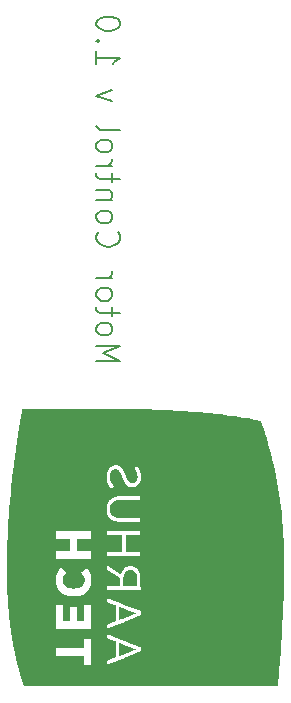
<source format=gbr>
%TF.GenerationSoftware,KiCad,Pcbnew,9.0.2*%
%TF.CreationDate,2025-07-13T15:59:37+02:00*%
%TF.ProjectId,Motor Control,4d6f746f-7220-4436-9f6e-74726f6c2e6b,1.0*%
%TF.SameCoordinates,Original*%
%TF.FileFunction,Legend,Bot*%
%TF.FilePolarity,Positive*%
%FSLAX46Y46*%
G04 Gerber Fmt 4.6, Leading zero omitted, Abs format (unit mm)*
G04 Created by KiCad (PCBNEW 9.0.2) date 2025-07-13 15:59:37*
%MOMM*%
%LPD*%
G01*
G04 APERTURE LIST*
G04 Aperture macros list*
%AMRoundRect*
0 Rectangle with rounded corners*
0 $1 Rounding radius*
0 $2 $3 $4 $5 $6 $7 $8 $9 X,Y pos of 4 corners*
0 Add a 4 corners polygon primitive as box body*
4,1,4,$2,$3,$4,$5,$6,$7,$8,$9,$2,$3,0*
0 Add four circle primitives for the rounded corners*
1,1,$1+$1,$2,$3*
1,1,$1+$1,$4,$5*
1,1,$1+$1,$6,$7*
1,1,$1+$1,$8,$9*
0 Add four rect primitives between the rounded corners*
20,1,$1+$1,$2,$3,$4,$5,0*
20,1,$1+$1,$4,$5,$6,$7,0*
20,1,$1+$1,$6,$7,$8,$9,0*
20,1,$1+$1,$8,$9,$2,$3,0*%
G04 Aperture macros list end*
%ADD10C,0.150000*%
%ADD11C,0.000000*%
%ADD12C,1.600000*%
%ADD13R,2.000000X1.905000*%
%ADD14C,4.500000*%
%ADD15O,2.000000X1.905000*%
%ADD16R,1.500000X1.500000*%
%ADD17C,1.500000*%
%ADD18R,1.700000X1.700000*%
%ADD19C,1.700000*%
%ADD20R,2.000000X2.000000*%
%ADD21C,2.000000*%
%ADD22R,3.200000X2.400000*%
%ADD23RoundRect,0.250000X-0.950000X-0.550000X0.950000X-0.550000X0.950000X0.550000X-0.950000X0.550000X0*%
%ADD24O,2.400000X1.600000*%
%ADD25RoundRect,0.250000X-0.650000X-1.550000X0.650000X-1.550000X0.650000X1.550000X-0.650000X1.550000X0*%
%ADD26O,1.800000X3.600000*%
%ADD27C,2.400000*%
%ADD28RoundRect,0.250000X-0.550000X-0.550000X0.550000X-0.550000X0.550000X0.550000X-0.550000X0.550000X0*%
%ADD29RoundRect,0.250000X-0.350000X0.350000X-0.350000X-0.350000X0.350000X-0.350000X0.350000X0.350000X0*%
%ADD30C,1.200000*%
%ADD31C,1.750000*%
%ADD32O,2.600000X1.800000*%
%ADD33R,3.000000X1.800000*%
%ADD34R,3.000000X1.000000*%
%ADD35RoundRect,0.250000X0.550000X0.550000X-0.550000X0.550000X-0.550000X-0.550000X0.550000X-0.550000X0*%
%ADD36RoundRect,0.250000X0.950000X0.550000X-0.950000X0.550000X-0.950000X-0.550000X0.950000X-0.550000X0*%
%ADD37C,3.600000*%
%ADD38R,1.400000X1.400000*%
%ADD39C,1.400000*%
%ADD40C,3.000000*%
%ADD41RoundRect,0.625000X-0.625000X-0.875000X0.625000X-0.875000X0.625000X0.875000X-0.625000X0.875000X0*%
G04 APERTURE END LIST*
D10*
X80907561Y-74355125D02*
X82907561Y-74355125D01*
X82907561Y-74355125D02*
X81478990Y-73688458D01*
X81478990Y-73688458D02*
X82907561Y-73021792D01*
X82907561Y-73021792D02*
X80907561Y-73021792D01*
X80907561Y-71783697D02*
X81002800Y-71974173D01*
X81002800Y-71974173D02*
X81098038Y-72069411D01*
X81098038Y-72069411D02*
X81288514Y-72164649D01*
X81288514Y-72164649D02*
X81859942Y-72164649D01*
X81859942Y-72164649D02*
X82050419Y-72069411D01*
X82050419Y-72069411D02*
X82145657Y-71974173D01*
X82145657Y-71974173D02*
X82240895Y-71783697D01*
X82240895Y-71783697D02*
X82240895Y-71497982D01*
X82240895Y-71497982D02*
X82145657Y-71307506D01*
X82145657Y-71307506D02*
X82050419Y-71212268D01*
X82050419Y-71212268D02*
X81859942Y-71117030D01*
X81859942Y-71117030D02*
X81288514Y-71117030D01*
X81288514Y-71117030D02*
X81098038Y-71212268D01*
X81098038Y-71212268D02*
X81002800Y-71307506D01*
X81002800Y-71307506D02*
X80907561Y-71497982D01*
X80907561Y-71497982D02*
X80907561Y-71783697D01*
X82240895Y-70545601D02*
X82240895Y-69783697D01*
X82907561Y-70259887D02*
X81193276Y-70259887D01*
X81193276Y-70259887D02*
X81002800Y-70164649D01*
X81002800Y-70164649D02*
X80907561Y-69974173D01*
X80907561Y-69974173D02*
X80907561Y-69783697D01*
X80907561Y-68831316D02*
X81002800Y-69021792D01*
X81002800Y-69021792D02*
X81098038Y-69117030D01*
X81098038Y-69117030D02*
X81288514Y-69212268D01*
X81288514Y-69212268D02*
X81859942Y-69212268D01*
X81859942Y-69212268D02*
X82050419Y-69117030D01*
X82050419Y-69117030D02*
X82145657Y-69021792D01*
X82145657Y-69021792D02*
X82240895Y-68831316D01*
X82240895Y-68831316D02*
X82240895Y-68545601D01*
X82240895Y-68545601D02*
X82145657Y-68355125D01*
X82145657Y-68355125D02*
X82050419Y-68259887D01*
X82050419Y-68259887D02*
X81859942Y-68164649D01*
X81859942Y-68164649D02*
X81288514Y-68164649D01*
X81288514Y-68164649D02*
X81098038Y-68259887D01*
X81098038Y-68259887D02*
X81002800Y-68355125D01*
X81002800Y-68355125D02*
X80907561Y-68545601D01*
X80907561Y-68545601D02*
X80907561Y-68831316D01*
X80907561Y-67307506D02*
X82240895Y-67307506D01*
X81859942Y-67307506D02*
X82050419Y-67212268D01*
X82050419Y-67212268D02*
X82145657Y-67117030D01*
X82145657Y-67117030D02*
X82240895Y-66926554D01*
X82240895Y-66926554D02*
X82240895Y-66736077D01*
X81098038Y-63402744D02*
X81002800Y-63497982D01*
X81002800Y-63497982D02*
X80907561Y-63783696D01*
X80907561Y-63783696D02*
X80907561Y-63974172D01*
X80907561Y-63974172D02*
X81002800Y-64259887D01*
X81002800Y-64259887D02*
X81193276Y-64450363D01*
X81193276Y-64450363D02*
X81383752Y-64545601D01*
X81383752Y-64545601D02*
X81764704Y-64640839D01*
X81764704Y-64640839D02*
X82050419Y-64640839D01*
X82050419Y-64640839D02*
X82431371Y-64545601D01*
X82431371Y-64545601D02*
X82621847Y-64450363D01*
X82621847Y-64450363D02*
X82812323Y-64259887D01*
X82812323Y-64259887D02*
X82907561Y-63974172D01*
X82907561Y-63974172D02*
X82907561Y-63783696D01*
X82907561Y-63783696D02*
X82812323Y-63497982D01*
X82812323Y-63497982D02*
X82717085Y-63402744D01*
X80907561Y-62259887D02*
X81002800Y-62450363D01*
X81002800Y-62450363D02*
X81098038Y-62545601D01*
X81098038Y-62545601D02*
X81288514Y-62640839D01*
X81288514Y-62640839D02*
X81859942Y-62640839D01*
X81859942Y-62640839D02*
X82050419Y-62545601D01*
X82050419Y-62545601D02*
X82145657Y-62450363D01*
X82145657Y-62450363D02*
X82240895Y-62259887D01*
X82240895Y-62259887D02*
X82240895Y-61974172D01*
X82240895Y-61974172D02*
X82145657Y-61783696D01*
X82145657Y-61783696D02*
X82050419Y-61688458D01*
X82050419Y-61688458D02*
X81859942Y-61593220D01*
X81859942Y-61593220D02*
X81288514Y-61593220D01*
X81288514Y-61593220D02*
X81098038Y-61688458D01*
X81098038Y-61688458D02*
X81002800Y-61783696D01*
X81002800Y-61783696D02*
X80907561Y-61974172D01*
X80907561Y-61974172D02*
X80907561Y-62259887D01*
X82240895Y-60736077D02*
X80907561Y-60736077D01*
X82050419Y-60736077D02*
X82145657Y-60640839D01*
X82145657Y-60640839D02*
X82240895Y-60450363D01*
X82240895Y-60450363D02*
X82240895Y-60164648D01*
X82240895Y-60164648D02*
X82145657Y-59974172D01*
X82145657Y-59974172D02*
X81955180Y-59878934D01*
X81955180Y-59878934D02*
X80907561Y-59878934D01*
X82240895Y-59212267D02*
X82240895Y-58450363D01*
X82907561Y-58926553D02*
X81193276Y-58926553D01*
X81193276Y-58926553D02*
X81002800Y-58831315D01*
X81002800Y-58831315D02*
X80907561Y-58640839D01*
X80907561Y-58640839D02*
X80907561Y-58450363D01*
X80907561Y-57783696D02*
X82240895Y-57783696D01*
X81859942Y-57783696D02*
X82050419Y-57688458D01*
X82050419Y-57688458D02*
X82145657Y-57593220D01*
X82145657Y-57593220D02*
X82240895Y-57402744D01*
X82240895Y-57402744D02*
X82240895Y-57212267D01*
X80907561Y-56259887D02*
X81002800Y-56450363D01*
X81002800Y-56450363D02*
X81098038Y-56545601D01*
X81098038Y-56545601D02*
X81288514Y-56640839D01*
X81288514Y-56640839D02*
X81859942Y-56640839D01*
X81859942Y-56640839D02*
X82050419Y-56545601D01*
X82050419Y-56545601D02*
X82145657Y-56450363D01*
X82145657Y-56450363D02*
X82240895Y-56259887D01*
X82240895Y-56259887D02*
X82240895Y-55974172D01*
X82240895Y-55974172D02*
X82145657Y-55783696D01*
X82145657Y-55783696D02*
X82050419Y-55688458D01*
X82050419Y-55688458D02*
X81859942Y-55593220D01*
X81859942Y-55593220D02*
X81288514Y-55593220D01*
X81288514Y-55593220D02*
X81098038Y-55688458D01*
X81098038Y-55688458D02*
X81002800Y-55783696D01*
X81002800Y-55783696D02*
X80907561Y-55974172D01*
X80907561Y-55974172D02*
X80907561Y-56259887D01*
X80907561Y-54450363D02*
X81002800Y-54640839D01*
X81002800Y-54640839D02*
X81193276Y-54736077D01*
X81193276Y-54736077D02*
X82907561Y-54736077D01*
X82240895Y-52355124D02*
X80907561Y-51878934D01*
X80907561Y-51878934D02*
X82240895Y-51402743D01*
X80907561Y-48069409D02*
X80907561Y-49212266D01*
X80907561Y-48640838D02*
X82907561Y-48640838D01*
X82907561Y-48640838D02*
X82621847Y-48831314D01*
X82621847Y-48831314D02*
X82431371Y-49021790D01*
X82431371Y-49021790D02*
X82336133Y-49212266D01*
X81098038Y-47212266D02*
X81002800Y-47117028D01*
X81002800Y-47117028D02*
X80907561Y-47212266D01*
X80907561Y-47212266D02*
X81002800Y-47307504D01*
X81002800Y-47307504D02*
X81098038Y-47212266D01*
X81098038Y-47212266D02*
X80907561Y-47212266D01*
X82907561Y-45878933D02*
X82907561Y-45688456D01*
X82907561Y-45688456D02*
X82812323Y-45497980D01*
X82812323Y-45497980D02*
X82717085Y-45402742D01*
X82717085Y-45402742D02*
X82526609Y-45307504D01*
X82526609Y-45307504D02*
X82145657Y-45212266D01*
X82145657Y-45212266D02*
X81669466Y-45212266D01*
X81669466Y-45212266D02*
X81288514Y-45307504D01*
X81288514Y-45307504D02*
X81098038Y-45402742D01*
X81098038Y-45402742D02*
X81002800Y-45497980D01*
X81002800Y-45497980D02*
X80907561Y-45688456D01*
X80907561Y-45688456D02*
X80907561Y-45878933D01*
X80907561Y-45878933D02*
X81002800Y-46069409D01*
X81002800Y-46069409D02*
X81098038Y-46164647D01*
X81098038Y-46164647D02*
X81288514Y-46259885D01*
X81288514Y-46259885D02*
X81669466Y-46355123D01*
X81669466Y-46355123D02*
X82145657Y-46355123D01*
X82145657Y-46355123D02*
X82526609Y-46259885D01*
X82526609Y-46259885D02*
X82717085Y-46164647D01*
X82717085Y-46164647D02*
X82812323Y-46069409D01*
X82812323Y-46069409D02*
X82907561Y-45878933D01*
D11*
%TO.C,G\u002A\u002A\u002A*%
G36*
X83819778Y-92019249D02*
G01*
X83853330Y-92021337D01*
X83880000Y-92024613D01*
X83920663Y-92033148D01*
X83989526Y-92054878D01*
X84053152Y-92084695D01*
X84110993Y-92122322D01*
X84162500Y-92167483D01*
X84198016Y-92207477D01*
X84236953Y-92263165D01*
X84270233Y-92325819D01*
X84298052Y-92395881D01*
X84320609Y-92473794D01*
X84338102Y-92560000D01*
X84338768Y-92564143D01*
X84340299Y-92575072D01*
X84341641Y-92587324D01*
X84342810Y-92601623D01*
X84343823Y-92618692D01*
X84344697Y-92639254D01*
X84345449Y-92664031D01*
X84346096Y-92693748D01*
X84346654Y-92729126D01*
X84347141Y-92770889D01*
X84347572Y-92819760D01*
X84347966Y-92876462D01*
X84348338Y-92941718D01*
X84348705Y-93016250D01*
X84350590Y-93420000D01*
X83765295Y-93420000D01*
X83180000Y-93420000D01*
X83180018Y-93063750D01*
X83180018Y-93058006D01*
X83180112Y-92990802D01*
X83180352Y-92927198D01*
X83180728Y-92867996D01*
X83181231Y-92813996D01*
X83181850Y-92765996D01*
X83182575Y-92724796D01*
X83183396Y-92691198D01*
X83184303Y-92665999D01*
X83185285Y-92650000D01*
X83193622Y-92582546D01*
X83207136Y-92511011D01*
X83224807Y-92442681D01*
X83246070Y-92379717D01*
X83270361Y-92324284D01*
X83272360Y-92320339D01*
X83311490Y-92253423D01*
X83356374Y-92194654D01*
X83406952Y-92144078D01*
X83463164Y-92101740D01*
X83524949Y-92067686D01*
X83592248Y-92041962D01*
X83665000Y-92024613D01*
X83677710Y-92022775D01*
X83708311Y-92020111D01*
X83744221Y-92018636D01*
X83782393Y-92018348D01*
X83819778Y-92019249D01*
G37*
G36*
X82829004Y-95134936D02*
G01*
X82835890Y-95137212D01*
X82851270Y-95142898D01*
X82874529Y-95151750D01*
X82905053Y-95163524D01*
X82942230Y-95177975D01*
X82985446Y-95194859D01*
X83034086Y-95213933D01*
X83087538Y-95234952D01*
X83145187Y-95257673D01*
X83206419Y-95281851D01*
X83270623Y-95307242D01*
X83337182Y-95333603D01*
X83405485Y-95360688D01*
X83474916Y-95388255D01*
X83544863Y-95416059D01*
X83614712Y-95443856D01*
X83683850Y-95471401D01*
X83751661Y-95498452D01*
X83817534Y-95524763D01*
X83880854Y-95550092D01*
X83941007Y-95574192D01*
X83997380Y-95596822D01*
X84049360Y-95617737D01*
X84096332Y-95636691D01*
X84137683Y-95653443D01*
X84172799Y-95667747D01*
X84201067Y-95679359D01*
X84221872Y-95688036D01*
X84234602Y-95693533D01*
X84238642Y-95695607D01*
X84233646Y-95697700D01*
X84219846Y-95703295D01*
X84197784Y-95712171D01*
X84167983Y-95724120D01*
X84130966Y-95738933D01*
X84087256Y-95756401D01*
X84037376Y-95776316D01*
X83981849Y-95798469D01*
X83921200Y-95822651D01*
X83855950Y-95848653D01*
X83786623Y-95876266D01*
X83713742Y-95905282D01*
X83637830Y-95935492D01*
X83559411Y-95966686D01*
X83487233Y-95995394D01*
X83410330Y-96025985D01*
X83336134Y-96055501D01*
X83265196Y-96083726D01*
X83198064Y-96110439D01*
X83135286Y-96135424D01*
X83077411Y-96158461D01*
X83024988Y-96179332D01*
X82978565Y-96197819D01*
X82938691Y-96213702D01*
X82905916Y-96226765D01*
X82880786Y-96236788D01*
X82863852Y-96243553D01*
X82855661Y-96246841D01*
X82825000Y-96259300D01*
X82825000Y-95697150D01*
X82825004Y-95673198D01*
X82825057Y-95599967D01*
X82825171Y-95529789D01*
X82825342Y-95463297D01*
X82825566Y-95401122D01*
X82825839Y-95343896D01*
X82826155Y-95292248D01*
X82826512Y-95246813D01*
X82826905Y-95208219D01*
X82827329Y-95177100D01*
X82827781Y-95154087D01*
X82828256Y-95139811D01*
X82828750Y-95134903D01*
X82829004Y-95134936D01*
G37*
G36*
X82843750Y-98192461D02*
G01*
X82844149Y-98192618D01*
X82896505Y-98213232D01*
X82953640Y-98235745D01*
X83014969Y-98259924D01*
X83079904Y-98285538D01*
X83147859Y-98312353D01*
X83218246Y-98340139D01*
X83290480Y-98368663D01*
X83363973Y-98397692D01*
X83438138Y-98426996D01*
X83512390Y-98456341D01*
X83586141Y-98485496D01*
X83658805Y-98514229D01*
X83729794Y-98542307D01*
X83798522Y-98569499D01*
X83864403Y-98595572D01*
X83926849Y-98620294D01*
X83985274Y-98643434D01*
X84039091Y-98664760D01*
X84087714Y-98684038D01*
X84130555Y-98701037D01*
X84167028Y-98715526D01*
X84196547Y-98727272D01*
X84218524Y-98736042D01*
X84232372Y-98741605D01*
X84237506Y-98743729D01*
X84237386Y-98744031D01*
X84231071Y-98747389D01*
X84215827Y-98754244D01*
X84191950Y-98764475D01*
X84159735Y-98777962D01*
X84119478Y-98794585D01*
X84071474Y-98814224D01*
X84016018Y-98836759D01*
X83953407Y-98862069D01*
X83883935Y-98890035D01*
X83807897Y-98920536D01*
X83725591Y-98953452D01*
X83637310Y-98988663D01*
X83543350Y-99026049D01*
X83523111Y-99034093D01*
X83443593Y-99065695D01*
X83366674Y-99096260D01*
X83292868Y-99125586D01*
X83222690Y-99153467D01*
X83156655Y-99179699D01*
X83095279Y-99204077D01*
X83039075Y-99226397D01*
X82988559Y-99246455D01*
X82944247Y-99264045D01*
X82906652Y-99278964D01*
X82876290Y-99291007D01*
X82853676Y-99299969D01*
X82839324Y-99305647D01*
X82833750Y-99307834D01*
X82833173Y-99307993D01*
X82831881Y-99307700D01*
X82830733Y-99306018D01*
X82829719Y-99302408D01*
X82828832Y-99296332D01*
X82828063Y-99287252D01*
X82827404Y-99274629D01*
X82826847Y-99257926D01*
X82826383Y-99236604D01*
X82826003Y-99210125D01*
X82825699Y-99177952D01*
X82825463Y-99139545D01*
X82825287Y-99094367D01*
X82825161Y-99041880D01*
X82825078Y-98981546D01*
X82825029Y-98912825D01*
X82825006Y-98835182D01*
X82825000Y-98748076D01*
X82825000Y-98185081D01*
X82843750Y-98192461D01*
G37*
G36*
X79694293Y-78411500D02*
G01*
X79854881Y-78411560D01*
X80154153Y-78411679D01*
X80443554Y-78411802D01*
X80723170Y-78411930D01*
X80993086Y-78412064D01*
X81253387Y-78412202D01*
X81504159Y-78412346D01*
X81745486Y-78412495D01*
X81977454Y-78412650D01*
X82200148Y-78412810D01*
X82413653Y-78412976D01*
X82618054Y-78413148D01*
X82813437Y-78413326D01*
X82999885Y-78413511D01*
X83177486Y-78413701D01*
X83346324Y-78413898D01*
X83506483Y-78414101D01*
X83658050Y-78414311D01*
X83801109Y-78414527D01*
X83935745Y-78414751D01*
X84062044Y-78414981D01*
X84180091Y-78415219D01*
X84289971Y-78415463D01*
X84391769Y-78415715D01*
X84485570Y-78415975D01*
X84571460Y-78416242D01*
X84649523Y-78416517D01*
X84719846Y-78416799D01*
X84782512Y-78417090D01*
X84837607Y-78417388D01*
X84885216Y-78417695D01*
X84925425Y-78418010D01*
X84958319Y-78418334D01*
X84983982Y-78418666D01*
X85002500Y-78419006D01*
X85006827Y-78419106D01*
X85166217Y-78422829D01*
X85316462Y-78426443D01*
X85458392Y-78429976D01*
X85592840Y-78433458D01*
X85720636Y-78436916D01*
X85842612Y-78440379D01*
X85959599Y-78443875D01*
X86072430Y-78447434D01*
X86181934Y-78451082D01*
X86288944Y-78454850D01*
X86394291Y-78458764D01*
X86498807Y-78462855D01*
X86603323Y-78467150D01*
X86708670Y-78471677D01*
X86815680Y-78476465D01*
X86925184Y-78481543D01*
X87038014Y-78486939D01*
X87155000Y-78492681D01*
X87221548Y-78496022D01*
X87651283Y-78519359D01*
X88080478Y-78545700D01*
X88508556Y-78574981D01*
X88934936Y-78607136D01*
X89359039Y-78642103D01*
X89780288Y-78679817D01*
X90198102Y-78720214D01*
X90611904Y-78763229D01*
X91021113Y-78808799D01*
X91425151Y-78856859D01*
X91823440Y-78907346D01*
X92215399Y-78960195D01*
X92600451Y-79015342D01*
X92978016Y-79072723D01*
X93347515Y-79132273D01*
X93708370Y-79193930D01*
X94060000Y-79257627D01*
X94097208Y-79264608D01*
X94156389Y-79275856D01*
X94217468Y-79287624D01*
X94279606Y-79299739D01*
X94341967Y-79312031D01*
X94403714Y-79324327D01*
X94464010Y-79336456D01*
X94522017Y-79348248D01*
X94576899Y-79359530D01*
X94627819Y-79370131D01*
X94673939Y-79379880D01*
X94714423Y-79388605D01*
X94748434Y-79396135D01*
X94775134Y-79402299D01*
X94793687Y-79406925D01*
X94803255Y-79409841D01*
X94807013Y-79412722D01*
X94812628Y-79420612D01*
X94819803Y-79434194D01*
X94828986Y-79454400D01*
X94840622Y-79482163D01*
X94855158Y-79518417D01*
X94899088Y-79631627D01*
X94948005Y-79762189D01*
X94998285Y-79900801D01*
X95049626Y-80046550D01*
X95101730Y-80198525D01*
X95154293Y-80355811D01*
X95207016Y-80517498D01*
X95259598Y-80682673D01*
X95311737Y-80850423D01*
X95363133Y-81019836D01*
X95413485Y-81189999D01*
X95462491Y-81360000D01*
X95544635Y-81654617D01*
X95669685Y-82126889D01*
X95788705Y-82606527D01*
X95901615Y-83093096D01*
X96008335Y-83586162D01*
X96108786Y-84085292D01*
X96202887Y-84590050D01*
X96290560Y-85100003D01*
X96371724Y-85614718D01*
X96446299Y-86133758D01*
X96514206Y-86656692D01*
X96575365Y-87183084D01*
X96629697Y-87712500D01*
X96635121Y-87769713D01*
X96654771Y-87988630D01*
X96673048Y-88211700D01*
X96689975Y-88439406D01*
X96705574Y-88672230D01*
X96719868Y-88910653D01*
X96732881Y-89155159D01*
X96744635Y-89406229D01*
X96755154Y-89664345D01*
X96764460Y-89929990D01*
X96772577Y-90203646D01*
X96779527Y-90485795D01*
X96785333Y-90776919D01*
X96790019Y-91077500D01*
X96792053Y-91250059D01*
X96794339Y-91577057D01*
X96794714Y-91913281D01*
X96793195Y-92258351D01*
X96789798Y-92611888D01*
X96784539Y-92973510D01*
X96777434Y-93342840D01*
X96768500Y-93719496D01*
X96757753Y-94103100D01*
X96745208Y-94493270D01*
X96730884Y-94889628D01*
X96714794Y-95291793D01*
X96696957Y-95699386D01*
X96677388Y-96112027D01*
X96656103Y-96529336D01*
X96633118Y-96950933D01*
X96608451Y-97376438D01*
X96582116Y-97805471D01*
X96554131Y-98237654D01*
X96524511Y-98672605D01*
X96493273Y-99109945D01*
X96460432Y-99549294D01*
X96426007Y-99990273D01*
X96390011Y-100432500D01*
X96389499Y-100438668D01*
X96382730Y-100519713D01*
X96375705Y-100603090D01*
X96368478Y-100688215D01*
X96361101Y-100774501D01*
X96353626Y-100861363D01*
X96346105Y-100948216D01*
X96338590Y-101034474D01*
X96331136Y-101119552D01*
X96323792Y-101202863D01*
X96316613Y-101283822D01*
X96309651Y-101361844D01*
X96302957Y-101436343D01*
X96296585Y-101506734D01*
X96290586Y-101572431D01*
X96285014Y-101632848D01*
X96279920Y-101687400D01*
X96275357Y-101735501D01*
X96271378Y-101776566D01*
X96268034Y-101810009D01*
X96265379Y-101835244D01*
X96263465Y-101851687D01*
X96262343Y-101858750D01*
X96262306Y-101858781D01*
X96260100Y-101859019D01*
X96254431Y-101859251D01*
X96245191Y-101859477D01*
X96232272Y-101859698D01*
X96215568Y-101859913D01*
X96194972Y-101860122D01*
X96170375Y-101860327D01*
X96141672Y-101860525D01*
X96108755Y-101860719D01*
X96071516Y-101860907D01*
X96029850Y-101861090D01*
X95983647Y-101861268D01*
X95932802Y-101861440D01*
X95877208Y-101861608D01*
X95816756Y-101861771D01*
X95751340Y-101861929D01*
X95680853Y-101862082D01*
X95605188Y-101862230D01*
X95524237Y-101862374D01*
X95437894Y-101862513D01*
X95346050Y-101862648D01*
X95248600Y-101862778D01*
X95145436Y-101862903D01*
X95036450Y-101863024D01*
X94921536Y-101863141D01*
X94800587Y-101863254D01*
X94673494Y-101863362D01*
X94540152Y-101863467D01*
X94400453Y-101863567D01*
X94254290Y-101863663D01*
X94101555Y-101863755D01*
X93942143Y-101863844D01*
X93775944Y-101863928D01*
X93602853Y-101864009D01*
X93422762Y-101864086D01*
X93235564Y-101864160D01*
X93041151Y-101864230D01*
X92839418Y-101864296D01*
X92630256Y-101864359D01*
X92413558Y-101864419D01*
X92189218Y-101864475D01*
X91957127Y-101864528D01*
X91717180Y-101864578D01*
X91469268Y-101864624D01*
X91213285Y-101864668D01*
X90949124Y-101864709D01*
X90676677Y-101864746D01*
X90395837Y-101864781D01*
X90106497Y-101864813D01*
X89808550Y-101864842D01*
X89501889Y-101864869D01*
X89186407Y-101864893D01*
X88861996Y-101864914D01*
X88528549Y-101864933D01*
X88185959Y-101864949D01*
X87834120Y-101864963D01*
X87472923Y-101864975D01*
X87102262Y-101864984D01*
X86722030Y-101864991D01*
X86332119Y-101864997D01*
X85932423Y-101865000D01*
X85522833Y-101865000D01*
X85432052Y-101865000D01*
X85037957Y-101865000D01*
X84653709Y-101865000D01*
X84279183Y-101865000D01*
X83914255Y-101864999D01*
X83558800Y-101864998D01*
X83212693Y-101864996D01*
X82875811Y-101864993D01*
X82548027Y-101864990D01*
X82229218Y-101864985D01*
X81919259Y-101864980D01*
X81804434Y-101864977D01*
X81618026Y-101864973D01*
X81325392Y-101864965D01*
X81041235Y-101864955D01*
X80765429Y-101864944D01*
X80497850Y-101864932D01*
X80238372Y-101864917D01*
X80157500Y-101864912D01*
X79986872Y-101864901D01*
X79743225Y-101864883D01*
X79507305Y-101864862D01*
X79278989Y-101864840D01*
X79058152Y-101864815D01*
X78844669Y-101864787D01*
X78638415Y-101864757D01*
X78439267Y-101864724D01*
X78247098Y-101864689D01*
X78061785Y-101864650D01*
X77883202Y-101864609D01*
X77711226Y-101864564D01*
X77545731Y-101864516D01*
X77386594Y-101864464D01*
X77233688Y-101864409D01*
X77086890Y-101864351D01*
X76946075Y-101864289D01*
X76811118Y-101864223D01*
X76681895Y-101864152D01*
X76558281Y-101864078D01*
X76440152Y-101864000D01*
X76327382Y-101863917D01*
X76219847Y-101863830D01*
X76117422Y-101863738D01*
X76019984Y-101863642D01*
X75927406Y-101863540D01*
X75839565Y-101863434D01*
X75756335Y-101863323D01*
X75677593Y-101863207D01*
X75603213Y-101863085D01*
X75533072Y-101862959D01*
X75467043Y-101862826D01*
X75405003Y-101862688D01*
X75346827Y-101862545D01*
X75292390Y-101862395D01*
X75241567Y-101862240D01*
X75194235Y-101862078D01*
X75150268Y-101861910D01*
X75109542Y-101861736D01*
X75071931Y-101861556D01*
X75037312Y-101861369D01*
X75005560Y-101861175D01*
X74976550Y-101860975D01*
X74950157Y-101860768D01*
X74926257Y-101860554D01*
X74904725Y-101860332D01*
X74885437Y-101860104D01*
X74868267Y-101859868D01*
X74853092Y-101859624D01*
X74839786Y-101859374D01*
X74828225Y-101859115D01*
X74818284Y-101858849D01*
X74809839Y-101858574D01*
X74802765Y-101858292D01*
X74796937Y-101858001D01*
X74792231Y-101857702D01*
X74788521Y-101857395D01*
X74785684Y-101857080D01*
X74783595Y-101856755D01*
X74782129Y-101856422D01*
X74781161Y-101856080D01*
X74780566Y-101855730D01*
X74780221Y-101855370D01*
X74780000Y-101855001D01*
X74777346Y-101848651D01*
X74777900Y-101845000D01*
X74778121Y-101841908D01*
X74773834Y-101833750D01*
X74769018Y-101824640D01*
X74762302Y-101809098D01*
X74756147Y-101792664D01*
X74752410Y-101780000D01*
X74751998Y-101778723D01*
X74748693Y-101770440D01*
X74743301Y-101757792D01*
X74741754Y-101754153D01*
X74735669Y-101738221D01*
X74731666Y-101725292D01*
X74728753Y-101715894D01*
X74724411Y-101707108D01*
X74722001Y-101703002D01*
X74718351Y-101692108D01*
X74715732Y-101681619D01*
X74710789Y-101667570D01*
X74702564Y-101647500D01*
X74699669Y-101640157D01*
X74693693Y-101623332D01*
X74687743Y-101605000D01*
X74684091Y-101593528D01*
X74678685Y-101577793D01*
X74674648Y-101567500D01*
X74671753Y-101560795D01*
X74666190Y-101546116D01*
X74660720Y-101529995D01*
X74656195Y-101515133D01*
X74653465Y-101504234D01*
X74653382Y-101500000D01*
X74654137Y-101499136D01*
X74651283Y-101493750D01*
X74650249Y-101491756D01*
X74646168Y-101481533D01*
X74639897Y-101464461D01*
X74632038Y-101442309D01*
X74623192Y-101416845D01*
X74613964Y-101389840D01*
X74604953Y-101363062D01*
X74596764Y-101338280D01*
X74589999Y-101317264D01*
X74585258Y-101301783D01*
X74583146Y-101293606D01*
X74582863Y-101292116D01*
X74579220Y-101282500D01*
X74578961Y-101281944D01*
X74576177Y-101274165D01*
X74571077Y-101258871D01*
X74564182Y-101237715D01*
X74556017Y-101212347D01*
X74547106Y-101184419D01*
X74537972Y-101155584D01*
X74529138Y-101127491D01*
X74521128Y-101101793D01*
X74514466Y-101080142D01*
X74509676Y-101064188D01*
X74507280Y-101055584D01*
X74506095Y-101051314D01*
X74502220Y-101038347D01*
X74496261Y-101018872D01*
X74488764Y-100994665D01*
X74480273Y-100967500D01*
X74474286Y-100948313D01*
X74466422Y-100922710D01*
X74459946Y-100901155D01*
X74455405Y-100885476D01*
X74453347Y-100877500D01*
X74452026Y-100871374D01*
X74448657Y-100860000D01*
X74446206Y-100853174D01*
X74441039Y-100837338D01*
X74435562Y-100819366D01*
X74430941Y-100803130D01*
X74428341Y-100792500D01*
X74426979Y-100786375D01*
X74423436Y-100775000D01*
X74422631Y-100772666D01*
X74419278Y-100761750D01*
X74414067Y-100744131D01*
X74407555Y-100721759D01*
X74400302Y-100696587D01*
X74392866Y-100670565D01*
X74385806Y-100645645D01*
X74379680Y-100623778D01*
X74375048Y-100606914D01*
X74372468Y-100597006D01*
X74372414Y-100596778D01*
X74369836Y-100587045D01*
X74365399Y-100571180D01*
X74360030Y-100552500D01*
X74359819Y-100551778D01*
X74354468Y-100533047D01*
X74350100Y-100517164D01*
X74347641Y-100507500D01*
X74346865Y-100504279D01*
X74343531Y-100491640D01*
X74338541Y-100473456D01*
X74332651Y-100452500D01*
X74329838Y-100442554D01*
X74324261Y-100422546D01*
X74319929Y-100406604D01*
X74317598Y-100397500D01*
X74316136Y-100391628D01*
X74312332Y-100377207D01*
X74307015Y-100357504D01*
X74300849Y-100335000D01*
X74295987Y-100317342D01*
X74290810Y-100298428D01*
X74287135Y-100284868D01*
X74285544Y-100278803D01*
X74285177Y-100277306D01*
X74282640Y-100268803D01*
X74282186Y-100267312D01*
X74279371Y-100257074D01*
X74274805Y-100239848D01*
X74269014Y-100217676D01*
X74262523Y-100192597D01*
X74255857Y-100166651D01*
X74249539Y-100141879D01*
X74244096Y-100120319D01*
X74240052Y-100104013D01*
X74237931Y-100095000D01*
X74237791Y-100094354D01*
X74235468Y-100084575D01*
X74231147Y-100067047D01*
X74225253Y-100043474D01*
X74218212Y-100015557D01*
X74210449Y-99985000D01*
X74209348Y-99980681D01*
X74201661Y-99950388D01*
X74194757Y-99922971D01*
X74189061Y-99900132D01*
X74184998Y-99883574D01*
X74182992Y-99875000D01*
X74182843Y-99874297D01*
X74180082Y-99862637D01*
X74175666Y-99845173D01*
X74170478Y-99825406D01*
X74169494Y-99821700D01*
X74165060Y-99804254D01*
X74162083Y-99791298D01*
X74161165Y-99785406D01*
X74161152Y-99784203D01*
X74159511Y-99775621D01*
X74156120Y-99762500D01*
X74155253Y-99759395D01*
X74150964Y-99743099D01*
X74147878Y-99730000D01*
X74146465Y-99723665D01*
X74142870Y-99708369D01*
X74137953Y-99687930D01*
X74132346Y-99665000D01*
X74128289Y-99648353D01*
X74123209Y-99626954D01*
X74119330Y-99609953D01*
X74117267Y-99600000D01*
X74115992Y-99593659D01*
X74112565Y-99578363D01*
X74107768Y-99557926D01*
X74102215Y-99535000D01*
X74098177Y-99518349D01*
X74093155Y-99496952D01*
X74089359Y-99479952D01*
X74087394Y-99470000D01*
X74085751Y-99460640D01*
X74082872Y-99447500D01*
X74080770Y-99438936D01*
X74076809Y-99422058D01*
X74071617Y-99399518D01*
X74065626Y-99373243D01*
X74059272Y-99345158D01*
X74052989Y-99317190D01*
X74047210Y-99291265D01*
X74042369Y-99269307D01*
X74038901Y-99253244D01*
X74037238Y-99245000D01*
X74035684Y-99236923D01*
X74032189Y-99220813D01*
X74027925Y-99202500D01*
X74024716Y-99188846D01*
X74020676Y-99170659D01*
X74018023Y-99157500D01*
X74017077Y-99152562D01*
X74014059Y-99137739D01*
X74009605Y-99116424D01*
X74004145Y-99090663D01*
X73998107Y-99062500D01*
X73994422Y-99045364D01*
X73988666Y-99018402D01*
X73983736Y-98995073D01*
X73980062Y-98977424D01*
X73978077Y-98967500D01*
X73975806Y-98956132D01*
X73971998Y-98938167D01*
X73967652Y-98918408D01*
X73963751Y-98900316D01*
X73959796Y-98880541D01*
X73957203Y-98865908D01*
X73957166Y-98865666D01*
X73955407Y-98854482D01*
X73953617Y-98844371D01*
X73951253Y-98832626D01*
X73947771Y-98816540D01*
X73942627Y-98793408D01*
X73938739Y-98775320D01*
X73934792Y-98755543D01*
X73932203Y-98740908D01*
X73932176Y-98740726D01*
X73930465Y-98729832D01*
X73928741Y-98720024D01*
X73926462Y-98708591D01*
X73923089Y-98692820D01*
X73918081Y-98670000D01*
X73914637Y-98653726D01*
X73910985Y-98635000D01*
X77500000Y-98635000D01*
X77500000Y-98957500D01*
X77500000Y-99280000D01*
X78687500Y-99280000D01*
X79875000Y-99280000D01*
X79875000Y-99672500D01*
X79875000Y-100065000D01*
X80157500Y-100065000D01*
X80440000Y-100065000D01*
X80440000Y-98957500D01*
X80440000Y-97850000D01*
X80157500Y-97850000D01*
X79875000Y-97850000D01*
X79875000Y-98242500D01*
X79875000Y-98635000D01*
X78970000Y-98635000D01*
X78687500Y-98635000D01*
X77500000Y-98635000D01*
X73910985Y-98635000D01*
X73910857Y-98634343D01*
X73908419Y-98620000D01*
X73908413Y-98619957D01*
X73906062Y-98606133D01*
X73902314Y-98586755D01*
X73897977Y-98566005D01*
X73897892Y-98565616D01*
X73893611Y-98545166D01*
X73889974Y-98526460D01*
X73887759Y-98513505D01*
X73887643Y-98512716D01*
X73885632Y-98500844D01*
X73882165Y-98481888D01*
X73877698Y-98458292D01*
X73872686Y-98432500D01*
X73871866Y-98428319D01*
X73866986Y-98402890D01*
X73861189Y-98371985D01*
X73854750Y-98337135D01*
X73847942Y-98299871D01*
X73841041Y-98261723D01*
X73834321Y-98224223D01*
X73828057Y-98188900D01*
X73822523Y-98157285D01*
X73817994Y-98130910D01*
X73814744Y-98111305D01*
X73813048Y-98100000D01*
X73812918Y-98098983D01*
X73810602Y-98084964D01*
X73808105Y-98075000D01*
X73807611Y-98073471D01*
X73805161Y-98062260D01*
X73802944Y-98047500D01*
X73802610Y-98044863D01*
X73800234Y-98028655D01*
X73796792Y-98007407D01*
X73792906Y-97985000D01*
X73792079Y-97980366D01*
X73788089Y-97957296D01*
X73784557Y-97935797D01*
X73782165Y-97920000D01*
X73781375Y-97914356D01*
X73779062Y-97898601D01*
X73777282Y-97887500D01*
X73775284Y-97875956D01*
X73772812Y-97861243D01*
X73770351Y-97846579D01*
X73767713Y-97831243D01*
X73765661Y-97819466D01*
X73761297Y-97794022D01*
X73756376Y-97764964D01*
X73751220Y-97734216D01*
X73746147Y-97703705D01*
X73741476Y-97675352D01*
X73737527Y-97651085D01*
X73734620Y-97632826D01*
X73733073Y-97622500D01*
X73731992Y-97614930D01*
X73731120Y-97609098D01*
X81800000Y-97609098D01*
X81800000Y-97783196D01*
X82171250Y-97928809D01*
X82542500Y-98074422D01*
X82542500Y-98748319D01*
X82542500Y-99422215D01*
X82172500Y-99567415D01*
X81802500Y-99712614D01*
X81801183Y-99881746D01*
X81801054Y-99901439D01*
X81800965Y-99943573D01*
X81801158Y-99979792D01*
X81801617Y-100009280D01*
X81802326Y-100031220D01*
X81803271Y-100044795D01*
X81804434Y-100049190D01*
X81805050Y-100048945D01*
X81812958Y-100045772D01*
X81829668Y-100039051D01*
X81854824Y-100028927D01*
X81888070Y-100015544D01*
X81929050Y-99999045D01*
X81977408Y-99979573D01*
X82032786Y-99957272D01*
X82094829Y-99932285D01*
X82163180Y-99904756D01*
X82237484Y-99874829D01*
X82317383Y-99842646D01*
X82402522Y-99808352D01*
X82492544Y-99772090D01*
X82587094Y-99734004D01*
X82685813Y-99694236D01*
X82788347Y-99652931D01*
X82894339Y-99610232D01*
X83003433Y-99566282D01*
X83115272Y-99521225D01*
X83229501Y-99475205D01*
X84650000Y-98902910D01*
X84650000Y-98742028D01*
X84650000Y-98581146D01*
X84563750Y-98546063D01*
X84553483Y-98541893D01*
X84528967Y-98531963D01*
X84496628Y-98518889D01*
X84456904Y-98502846D01*
X84410234Y-98484012D01*
X84357056Y-98462562D01*
X84297809Y-98438674D01*
X84232931Y-98412523D01*
X84162860Y-98384286D01*
X84088036Y-98354140D01*
X84008895Y-98322260D01*
X83925878Y-98288824D01*
X83839422Y-98254007D01*
X83749966Y-98217987D01*
X83657947Y-98180938D01*
X83563806Y-98143039D01*
X83467979Y-98104466D01*
X83370906Y-98065394D01*
X83273024Y-98026000D01*
X83174773Y-97986461D01*
X83076591Y-97946953D01*
X82978916Y-97907652D01*
X82882186Y-97868735D01*
X82786841Y-97830379D01*
X82693318Y-97792759D01*
X82602056Y-97756053D01*
X82513494Y-97720436D01*
X82428069Y-97686085D01*
X82346221Y-97653176D01*
X82268387Y-97621887D01*
X82195006Y-97592392D01*
X82126517Y-97564869D01*
X82063358Y-97539495D01*
X82005968Y-97516445D01*
X81954784Y-97495896D01*
X81910246Y-97478024D01*
X81872791Y-97463006D01*
X81842858Y-97451018D01*
X81820887Y-97442237D01*
X81807314Y-97436839D01*
X81803684Y-97435429D01*
X81802579Y-97435000D01*
X81802061Y-97438547D01*
X81801502Y-97451018D01*
X81801006Y-97471383D01*
X81800591Y-97498508D01*
X81800274Y-97531259D01*
X81800072Y-97568500D01*
X81800000Y-97609098D01*
X73731120Y-97609098D01*
X73729433Y-97597811D01*
X73725758Y-97573670D01*
X73721212Y-97544096D01*
X73716036Y-97510677D01*
X73710475Y-97475000D01*
X73706011Y-97446345D01*
X73700760Y-97412348D01*
X73696102Y-97381876D01*
X73692278Y-97356520D01*
X73689529Y-97337865D01*
X73688096Y-97327500D01*
X73688025Y-97326920D01*
X73686224Y-97313731D01*
X73683275Y-97293499D01*
X73679573Y-97268872D01*
X73675507Y-97242500D01*
X73674010Y-97232761D01*
X73670102Y-97206462D01*
X73665384Y-97173822D01*
X73660040Y-97136196D01*
X73654255Y-97094936D01*
X73648215Y-97051396D01*
X73642103Y-97006930D01*
X73636104Y-96962891D01*
X73630404Y-96920631D01*
X73625187Y-96881506D01*
X73620637Y-96846867D01*
X73616940Y-96818069D01*
X73614279Y-96796465D01*
X73612841Y-96783408D01*
X73611495Y-96770626D01*
X73609638Y-96757387D01*
X73608089Y-96750908D01*
X73607911Y-96750513D01*
X73606368Y-96742902D01*
X73604417Y-96728487D01*
X73602437Y-96710000D01*
X73602305Y-96708619D01*
X73600320Y-96688513D01*
X73598495Y-96671095D01*
X73597209Y-96660000D01*
X73595758Y-96648788D01*
X73593260Y-96629037D01*
X73590357Y-96605772D01*
X73587489Y-96582500D01*
X73585992Y-96570810D01*
X73583574Y-96552596D01*
X73580845Y-96532500D01*
X73580805Y-96532209D01*
X73578375Y-96513666D01*
X73576596Y-96498512D01*
X73575850Y-96490000D01*
X73575801Y-96489161D01*
X73574887Y-96479980D01*
X73572964Y-96462866D01*
X73570221Y-96439427D01*
X73566845Y-96411269D01*
X73563023Y-96380000D01*
X73562471Y-96375521D01*
X73558496Y-96342929D01*
X73554829Y-96312354D01*
X73551705Y-96285774D01*
X73549356Y-96265164D01*
X73548014Y-96252500D01*
X73547131Y-96243775D01*
X73545075Y-96224685D01*
X73542281Y-96199528D01*
X73539000Y-96170551D01*
X73535482Y-96140000D01*
X73532979Y-96118285D01*
X73529569Y-96088188D01*
X73526563Y-96061061D01*
X73524216Y-96039225D01*
X73522783Y-96025000D01*
X73522143Y-96018287D01*
X73520428Y-96000865D01*
X73518845Y-95985000D01*
X77500000Y-95985000D01*
X77500000Y-97000000D01*
X78970000Y-97000000D01*
X80440000Y-97000000D01*
X80440000Y-95995000D01*
X80440000Y-94990000D01*
X80162500Y-94990000D01*
X79885000Y-94990000D01*
X79885000Y-95672500D01*
X79885000Y-96355000D01*
X79572500Y-96355000D01*
X79260000Y-96355000D01*
X79260000Y-95755000D01*
X79260000Y-95155000D01*
X78982500Y-95155000D01*
X78935171Y-95155000D01*
X78705000Y-95155000D01*
X78705000Y-95755000D01*
X78705000Y-96355000D01*
X78380000Y-96355000D01*
X78055000Y-96355000D01*
X78055000Y-95662500D01*
X78055000Y-94970000D01*
X77777500Y-94970000D01*
X77500000Y-94970000D01*
X77500000Y-95985000D01*
X73518845Y-95985000D01*
X73517930Y-95975828D01*
X73514789Y-95944575D01*
X73511147Y-95908504D01*
X73507143Y-95869013D01*
X73502920Y-95827500D01*
X73500160Y-95800330D01*
X73496051Y-95759514D01*
X73492257Y-95721404D01*
X73488921Y-95687450D01*
X73486183Y-95659100D01*
X73484187Y-95637800D01*
X73483073Y-95625000D01*
X73482641Y-95619581D01*
X73480700Y-95597046D01*
X73478272Y-95570637D01*
X73475780Y-95545000D01*
X73474639Y-95533441D01*
X73472766Y-95513401D01*
X73471468Y-95498043D01*
X73470976Y-95490000D01*
X73470801Y-95486588D01*
X73469851Y-95474094D01*
X73468215Y-95454663D01*
X73466054Y-95430173D01*
X73463527Y-95402500D01*
X73461951Y-95385369D01*
X73459617Y-95359411D01*
X73457738Y-95337780D01*
X73456475Y-95322350D01*
X73455991Y-95315000D01*
X73455668Y-95308867D01*
X73454598Y-95294885D01*
X73453061Y-95277500D01*
X73451247Y-95257620D01*
X73448825Y-95229958D01*
X73446172Y-95198734D01*
X73443406Y-95165451D01*
X73440649Y-95131611D01*
X73438020Y-95098718D01*
X73435639Y-95068275D01*
X73433626Y-95041783D01*
X73432101Y-95020748D01*
X73431184Y-95006670D01*
X73430995Y-95001053D01*
X73431012Y-94996307D01*
X73430094Y-94984005D01*
X73428373Y-94967500D01*
X73428092Y-94964850D01*
X73426837Y-94950518D01*
X73425069Y-94927974D01*
X73422881Y-94898552D01*
X73420362Y-94863589D01*
X73417605Y-94824421D01*
X73414700Y-94782384D01*
X73411739Y-94738813D01*
X73408812Y-94695045D01*
X73406010Y-94652416D01*
X73403425Y-94612260D01*
X73401147Y-94575916D01*
X73399268Y-94544717D01*
X73397878Y-94520000D01*
X73397246Y-94508345D01*
X73395902Y-94484245D01*
X73395167Y-94471289D01*
X81800830Y-94471289D01*
X81800892Y-94510097D01*
X81801186Y-94558081D01*
X81802500Y-94731162D01*
X82173750Y-94876597D01*
X82545000Y-95022031D01*
X82545000Y-95695169D01*
X82545000Y-96368307D01*
X82173750Y-96513841D01*
X81802500Y-96659376D01*
X81801184Y-96827188D01*
X81801012Y-96856621D01*
X81800977Y-96894084D01*
X81801158Y-96927319D01*
X81801535Y-96955174D01*
X81802094Y-96976492D01*
X81802816Y-96990120D01*
X81803684Y-96994904D01*
X81804273Y-96994704D01*
X81812101Y-96991666D01*
X81828733Y-96985080D01*
X81853811Y-96975089D01*
X81886981Y-96961835D01*
X81927885Y-96945462D01*
X81976169Y-96926114D01*
X82031475Y-96903932D01*
X82093447Y-96879060D01*
X82161731Y-96851642D01*
X82235968Y-96821820D01*
X82315804Y-96789737D01*
X82400883Y-96755536D01*
X82490847Y-96719361D01*
X82585342Y-96681355D01*
X82684011Y-96641660D01*
X82786497Y-96600419D01*
X82892446Y-96557777D01*
X83001500Y-96513875D01*
X83113303Y-96468857D01*
X83227500Y-96422866D01*
X84647500Y-95850924D01*
X84648778Y-95689212D01*
X84650055Y-95527500D01*
X83231278Y-94956228D01*
X83217785Y-94950796D01*
X83195340Y-94941759D01*
X83081868Y-94896083D01*
X82970888Y-94851426D01*
X82862755Y-94807930D01*
X82757826Y-94765740D01*
X82656460Y-94724998D01*
X82559012Y-94685847D01*
X82465840Y-94648431D01*
X82377302Y-94612892D01*
X82293753Y-94579374D01*
X82215551Y-94548020D01*
X82143054Y-94518973D01*
X82076618Y-94492376D01*
X82016600Y-94468372D01*
X81963358Y-94447104D01*
X81917249Y-94428716D01*
X81878628Y-94413351D01*
X81847855Y-94401151D01*
X81825285Y-94392261D01*
X81811277Y-94386822D01*
X81806186Y-94384978D01*
X81804826Y-94386099D01*
X81803373Y-94391364D01*
X81802271Y-94401693D01*
X81801496Y-94417909D01*
X81801024Y-94440833D01*
X81800830Y-94471289D01*
X73395167Y-94471289D01*
X73394163Y-94453580D01*
X73392145Y-94418382D01*
X73389964Y-94380678D01*
X73387736Y-94342500D01*
X73386428Y-94319283D01*
X73384760Y-94287988D01*
X73382861Y-94251046D01*
X73380784Y-94209573D01*
X73378579Y-94164686D01*
X73376300Y-94117501D01*
X73373997Y-94069136D01*
X73371724Y-94020707D01*
X73369533Y-93973331D01*
X73367474Y-93928125D01*
X73365601Y-93886206D01*
X73363965Y-93848691D01*
X73362618Y-93816696D01*
X73361613Y-93791338D01*
X73361001Y-93773734D01*
X73360835Y-93765000D01*
X73360837Y-93764864D01*
X73360660Y-93757512D01*
X73360134Y-93741618D01*
X73359309Y-93718550D01*
X73358235Y-93689678D01*
X73356961Y-93656372D01*
X73355539Y-93620000D01*
X73355070Y-93607979D01*
X73352565Y-93538377D01*
X73350059Y-93460112D01*
X73347576Y-93374309D01*
X73345138Y-93282096D01*
X73342767Y-93184597D01*
X73340486Y-93082938D01*
X73338318Y-92978245D01*
X73338018Y-92962514D01*
X77461897Y-92962514D01*
X77462183Y-92987575D01*
X77462874Y-93008980D01*
X77464051Y-93028389D01*
X77465793Y-93047460D01*
X77468180Y-93067850D01*
X77471293Y-93091217D01*
X77475211Y-93119221D01*
X77475422Y-93120711D01*
X77496275Y-93233927D01*
X77526031Y-93343159D01*
X77564471Y-93448034D01*
X77611380Y-93548179D01*
X77666542Y-93643220D01*
X77729740Y-93732785D01*
X77800758Y-93816499D01*
X77879379Y-93893990D01*
X77965387Y-93964884D01*
X77981036Y-93976487D01*
X78075232Y-94039341D01*
X78174936Y-94094296D01*
X78280333Y-94141418D01*
X78391606Y-94180775D01*
X78508942Y-94212433D01*
X78632523Y-94236458D01*
X78762536Y-94252918D01*
X78790150Y-94255085D01*
X78833463Y-94257261D01*
X78882456Y-94258645D01*
X78935171Y-94259259D01*
X78989650Y-94259123D01*
X79043937Y-94258260D01*
X79096072Y-94256689D01*
X79144100Y-94254434D01*
X79186062Y-94251514D01*
X79220000Y-94247952D01*
X79266944Y-94241178D01*
X79392538Y-94217188D01*
X79511875Y-94185452D01*
X79625071Y-94145913D01*
X79732241Y-94098519D01*
X79833500Y-94043213D01*
X79928962Y-93979942D01*
X80018743Y-93908651D01*
X80102958Y-93829286D01*
X80125606Y-93805717D01*
X80162780Y-93764717D01*
X80196012Y-93724366D01*
X80227935Y-93681386D01*
X80261184Y-93632500D01*
X80302234Y-93565297D01*
X80352007Y-93467893D01*
X80371608Y-93420000D01*
X81800000Y-93420000D01*
X81800000Y-93582500D01*
X81800000Y-93745000D01*
X83217785Y-93745000D01*
X84635569Y-93745000D01*
X84633588Y-93163750D01*
X84633474Y-93130232D01*
X84633164Y-93041835D01*
X84632856Y-92962590D01*
X84632527Y-92891870D01*
X84632151Y-92829049D01*
X84631706Y-92773499D01*
X84631167Y-92724593D01*
X84630511Y-92681706D01*
X84629713Y-92644210D01*
X84628749Y-92611478D01*
X84627596Y-92582884D01*
X84626230Y-92557801D01*
X84624626Y-92535601D01*
X84622762Y-92515660D01*
X84620612Y-92497348D01*
X84618153Y-92480041D01*
X84615361Y-92463110D01*
X84612213Y-92445930D01*
X84608683Y-92427873D01*
X84604749Y-92408313D01*
X84593797Y-92358951D01*
X84566160Y-92262452D01*
X84531770Y-92172803D01*
X84490786Y-92090176D01*
X84443372Y-92014746D01*
X84389689Y-91946684D01*
X84329899Y-91886164D01*
X84264163Y-91833359D01*
X84192643Y-91788442D01*
X84115502Y-91751586D01*
X84032900Y-91722964D01*
X83945000Y-91702748D01*
X83937269Y-91701467D01*
X83899675Y-91696840D01*
X83855994Y-91693482D01*
X83809331Y-91691489D01*
X83762791Y-91690955D01*
X83719479Y-91691977D01*
X83682500Y-91694651D01*
X83648496Y-91698868D01*
X83563978Y-91714777D01*
X83485644Y-91738012D01*
X83412649Y-91768968D01*
X83344148Y-91808039D01*
X83279297Y-91855620D01*
X83217500Y-91911880D01*
X83217251Y-91912107D01*
X83201139Y-91928719D01*
X83142282Y-91998337D01*
X83090163Y-92075132D01*
X83044965Y-92158773D01*
X83006876Y-92248927D01*
X82976078Y-92345262D01*
X82971490Y-92361396D01*
X82965213Y-92380181D01*
X82960140Y-92390320D01*
X82955954Y-92392564D01*
X82953442Y-92390989D01*
X82943193Y-92384102D01*
X82925539Y-92372056D01*
X82900953Y-92355178D01*
X82869906Y-92333794D01*
X82832872Y-92308232D01*
X82790324Y-92278818D01*
X82742733Y-92245880D01*
X82690573Y-92209744D01*
X82634315Y-92170737D01*
X82574433Y-92129187D01*
X82511399Y-92085420D01*
X82445686Y-92039763D01*
X82377766Y-91992544D01*
X82329678Y-91959109D01*
X82263366Y-91913029D01*
X82199635Y-91868772D01*
X82138954Y-91826663D01*
X82081791Y-91787025D01*
X82028615Y-91750182D01*
X81979895Y-91716460D01*
X81936100Y-91686181D01*
X81897698Y-91659672D01*
X81865159Y-91637255D01*
X81838951Y-91619255D01*
X81819544Y-91605996D01*
X81807405Y-91597804D01*
X81803005Y-91595000D01*
X81802814Y-91595375D01*
X81802189Y-91602761D01*
X81801678Y-91618783D01*
X81801292Y-91642373D01*
X81801041Y-91672460D01*
X81800934Y-91707977D01*
X81800981Y-91747854D01*
X81801192Y-91791022D01*
X81802500Y-91987043D01*
X82351250Y-92363928D01*
X82900000Y-92740814D01*
X82900000Y-93080407D01*
X82900000Y-93420000D01*
X82350000Y-93420000D01*
X81800000Y-93420000D01*
X80371608Y-93420000D01*
X80394177Y-93364856D01*
X80428462Y-93256991D01*
X80454580Y-93145104D01*
X80472249Y-93030000D01*
X80475292Y-92996372D01*
X80477770Y-92951678D01*
X80479291Y-92901672D01*
X80479853Y-92848797D01*
X80479456Y-92795498D01*
X80478098Y-92744220D01*
X80475776Y-92697406D01*
X80472490Y-92657500D01*
X80471788Y-92650982D01*
X80454480Y-92534015D01*
X80428743Y-92422290D01*
X80394427Y-92315451D01*
X80351383Y-92213141D01*
X80299463Y-92115003D01*
X80238517Y-92020679D01*
X80168396Y-91929814D01*
X80149134Y-91906889D01*
X80129673Y-91884096D01*
X80114932Y-91867577D01*
X80104004Y-91856516D01*
X80095981Y-91850097D01*
X80089957Y-91847504D01*
X80085025Y-91847921D01*
X80080279Y-91850532D01*
X80078738Y-91851637D01*
X80068595Y-91859443D01*
X80052293Y-91872438D01*
X80030649Y-91889945D01*
X80004479Y-91911285D01*
X79974601Y-91935779D01*
X79941831Y-91962749D01*
X79906987Y-91991517D01*
X79870885Y-92021403D01*
X79834342Y-92051728D01*
X79798176Y-92081816D01*
X79763203Y-92110986D01*
X79730240Y-92138561D01*
X79700104Y-92163861D01*
X79673612Y-92186209D01*
X79651581Y-92204925D01*
X79634827Y-92219332D01*
X79624169Y-92228750D01*
X79620423Y-92232500D01*
X79622919Y-92237144D01*
X79630932Y-92247825D01*
X79643159Y-92262673D01*
X79658256Y-92280000D01*
X79718032Y-92351268D01*
X79770319Y-92423613D01*
X79813912Y-92496106D01*
X79849379Y-92569801D01*
X79877287Y-92645749D01*
X79898202Y-92725000D01*
X79900032Y-92734896D01*
X79903283Y-92761714D01*
X79905681Y-92794665D01*
X79907203Y-92831450D01*
X79907826Y-92869774D01*
X79907527Y-92907338D01*
X79906283Y-92941845D01*
X79904071Y-92970998D01*
X79900869Y-92992500D01*
X79892135Y-93028859D01*
X79870188Y-93098783D01*
X79842552Y-93162443D01*
X79808521Y-93221590D01*
X79797852Y-93237522D01*
X79752034Y-93297140D01*
X79700585Y-93350603D01*
X79642509Y-93398757D01*
X79576813Y-93442451D01*
X79502500Y-93482535D01*
X79483672Y-93491513D01*
X79407943Y-93523205D01*
X79330198Y-93548524D01*
X79249108Y-93567740D01*
X79163348Y-93581129D01*
X79071588Y-93588961D01*
X78972500Y-93591512D01*
X78970000Y-93591489D01*
X78934343Y-93591155D01*
X78838524Y-93586658D01*
X78749445Y-93576768D01*
X78665705Y-93561191D01*
X78585901Y-93539628D01*
X78508634Y-93511785D01*
X78432500Y-93477365D01*
X78360383Y-93437141D01*
X78290651Y-93388353D01*
X78228642Y-93333911D01*
X78174602Y-93274214D01*
X78128776Y-93209658D01*
X78091411Y-93140644D01*
X78062753Y-93067569D01*
X78043048Y-92990833D01*
X78032541Y-92910832D01*
X78031480Y-92827967D01*
X78032442Y-92810323D01*
X78039980Y-92740893D01*
X78053684Y-92673983D01*
X78073983Y-92608670D01*
X78101308Y-92544025D01*
X78136092Y-92479124D01*
X78178765Y-92413040D01*
X78229758Y-92344847D01*
X78289502Y-92273620D01*
X78292310Y-92270416D01*
X78308020Y-92252085D01*
X78320788Y-92236501D01*
X78329364Y-92225226D01*
X78332500Y-92219823D01*
X78331493Y-92218520D01*
X78324295Y-92211344D01*
X78310850Y-92198620D01*
X78291960Y-92181070D01*
X78268425Y-92159417D01*
X78241048Y-92134384D01*
X78210630Y-92106692D01*
X78177971Y-92077064D01*
X78143875Y-92046223D01*
X78109141Y-92014891D01*
X78074572Y-91983791D01*
X78040968Y-91953645D01*
X78009132Y-91925176D01*
X77979865Y-91899106D01*
X77953968Y-91876158D01*
X77932243Y-91857053D01*
X77915490Y-91842516D01*
X77904513Y-91833267D01*
X77900111Y-91830030D01*
X77898455Y-91831275D01*
X77891035Y-91838585D01*
X77878852Y-91851343D01*
X77863107Y-91868284D01*
X77845000Y-91888144D01*
X77772662Y-91972595D01*
X77705085Y-92061984D01*
X77646580Y-92151972D01*
X77596703Y-92243461D01*
X77555010Y-92337355D01*
X77521059Y-92434557D01*
X77494405Y-92535971D01*
X77474605Y-92642500D01*
X77472149Y-92659681D01*
X77469247Y-92683973D01*
X77467001Y-92709362D01*
X77465312Y-92737630D01*
X77464079Y-92770555D01*
X77463203Y-92809918D01*
X77462585Y-92857500D01*
X77462221Y-92894795D01*
X77461936Y-92932140D01*
X77461897Y-92962514D01*
X73338018Y-92962514D01*
X73336285Y-92871644D01*
X73334409Y-92764260D01*
X73332714Y-92657219D01*
X73331221Y-92551647D01*
X73329954Y-92448669D01*
X73328934Y-92349412D01*
X73328185Y-92255000D01*
X73327442Y-92105240D01*
X73327191Y-91873801D01*
X73327952Y-91634996D01*
X73329702Y-91390374D01*
X73332418Y-91141479D01*
X73336076Y-90889859D01*
X73340652Y-90637060D01*
X73346124Y-90384628D01*
X73352468Y-90134109D01*
X73359660Y-89887052D01*
X73367678Y-89645000D01*
X73381590Y-89279709D01*
X73390666Y-89080000D01*
X77500000Y-89080000D01*
X77500000Y-89405000D01*
X78097500Y-89405000D01*
X78695000Y-89405000D01*
X78695000Y-89912500D01*
X78695000Y-90420000D01*
X78097500Y-90420000D01*
X77500000Y-90420000D01*
X77500000Y-90745000D01*
X77500000Y-91070000D01*
X78970000Y-91070000D01*
X80440000Y-91070000D01*
X80440000Y-90745000D01*
X80440000Y-90420000D01*
X79850000Y-90420000D01*
X79260000Y-90420000D01*
X79260000Y-89912500D01*
X79260000Y-89405000D01*
X79850000Y-89405000D01*
X80440000Y-89405000D01*
X80440000Y-89080000D01*
X80440000Y-88755000D01*
X81800000Y-88755000D01*
X81800000Y-88917500D01*
X81800000Y-89080000D01*
X82440000Y-89080000D01*
X83080000Y-89080000D01*
X83080000Y-89802500D01*
X83080000Y-90525000D01*
X82440000Y-90525000D01*
X81800000Y-90525000D01*
X81800000Y-90687500D01*
X81800000Y-90850000D01*
X83217500Y-90850000D01*
X84635000Y-90850000D01*
X84635000Y-90687500D01*
X84635000Y-90525000D01*
X84002500Y-90525000D01*
X83370000Y-90525000D01*
X83370000Y-89802500D01*
X83370000Y-89080000D01*
X84002500Y-89080000D01*
X84635000Y-89080000D01*
X84635000Y-88917500D01*
X84635000Y-88755000D01*
X83217500Y-88755000D01*
X81800000Y-88755000D01*
X80440000Y-88755000D01*
X78970000Y-88755000D01*
X77500000Y-88755000D01*
X77500000Y-89080000D01*
X73390666Y-89080000D01*
X73408975Y-88677116D01*
X73442062Y-88067922D01*
X73480756Y-87453060D01*
X73522874Y-86862726D01*
X81756062Y-86862726D01*
X81756089Y-86870000D01*
X81756144Y-86870504D01*
X81756785Y-86879875D01*
X81757578Y-86895752D01*
X81758363Y-86915000D01*
X81764260Y-86999675D01*
X81778171Y-87097989D01*
X81799279Y-87193456D01*
X81827240Y-87284972D01*
X81861708Y-87371434D01*
X81902337Y-87451734D01*
X81948785Y-87524770D01*
X81985102Y-87572128D01*
X82047670Y-87640400D01*
X82117404Y-87702095D01*
X82193849Y-87756933D01*
X82276549Y-87804630D01*
X82365050Y-87844905D01*
X82458896Y-87877476D01*
X82557631Y-87902061D01*
X82566089Y-87903788D01*
X82579683Y-87906589D01*
X82592331Y-87909155D01*
X82604491Y-87911499D01*
X82616616Y-87913630D01*
X82629165Y-87915560D01*
X82642593Y-87917299D01*
X82657355Y-87918859D01*
X82673909Y-87920251D01*
X82692709Y-87921484D01*
X82714212Y-87922571D01*
X82738875Y-87923522D01*
X82767153Y-87924348D01*
X82799502Y-87925059D01*
X82836378Y-87925668D01*
X82878238Y-87926184D01*
X82925537Y-87926618D01*
X82978731Y-87926982D01*
X83038277Y-87927286D01*
X83104631Y-87927542D01*
X83178248Y-87927759D01*
X83259585Y-87927950D01*
X83349098Y-87928124D01*
X83447242Y-87928293D01*
X83554474Y-87928468D01*
X83671250Y-87928659D01*
X84635000Y-87930269D01*
X84635000Y-87767635D01*
X84635000Y-87605000D01*
X83731250Y-87604921D01*
X83692139Y-87604915D01*
X83581804Y-87604858D01*
X83476866Y-87604748D01*
X83377680Y-87604586D01*
X83284599Y-87604375D01*
X83197979Y-87604115D01*
X83118172Y-87603809D01*
X83045534Y-87603459D01*
X82980417Y-87603067D01*
X82923176Y-87602633D01*
X82874165Y-87602161D01*
X82833738Y-87601652D01*
X82802249Y-87601108D01*
X82780052Y-87600530D01*
X82767500Y-87599921D01*
X82745555Y-87597980D01*
X82671145Y-87588877D01*
X82603394Y-87576116D01*
X82540023Y-87559114D01*
X82478751Y-87537283D01*
X82417298Y-87510040D01*
X82380912Y-87491120D01*
X82313265Y-87447879D01*
X82252745Y-87397656D01*
X82199496Y-87340618D01*
X82153662Y-87276927D01*
X82115388Y-87206751D01*
X82084818Y-87130253D01*
X82068900Y-87075762D01*
X82052540Y-86994024D01*
X82043507Y-86908941D01*
X82041814Y-86822526D01*
X82047475Y-86736796D01*
X82060505Y-86653765D01*
X82080917Y-86575449D01*
X82091005Y-86546056D01*
X82123407Y-86471415D01*
X82163437Y-86403219D01*
X82211004Y-86341566D01*
X82266014Y-86286553D01*
X82328375Y-86238278D01*
X82397994Y-86196837D01*
X82474778Y-86162328D01*
X82495427Y-86154727D01*
X82542776Y-86139809D01*
X82596137Y-86126264D01*
X82657500Y-86113561D01*
X82662085Y-86112706D01*
X82668773Y-86111532D01*
X82675767Y-86110457D01*
X82683509Y-86109476D01*
X82692437Y-86108583D01*
X82702994Y-86107773D01*
X82715620Y-86107042D01*
X82730755Y-86106383D01*
X82748841Y-86105792D01*
X82770317Y-86105263D01*
X82795624Y-86104791D01*
X82825203Y-86104371D01*
X82859495Y-86103997D01*
X82898940Y-86103665D01*
X82943979Y-86103369D01*
X82995052Y-86103103D01*
X83052600Y-86102863D01*
X83117064Y-86102643D01*
X83188884Y-86102439D01*
X83268501Y-86102244D01*
X83356356Y-86102053D01*
X83452888Y-86101862D01*
X83558540Y-86101665D01*
X83673750Y-86101457D01*
X84635000Y-86099731D01*
X84635000Y-85937244D01*
X84635000Y-85774757D01*
X83666250Y-85776293D01*
X82697500Y-85777829D01*
X82632790Y-85788955D01*
X82554832Y-85804138D01*
X82463125Y-85827387D01*
X82378805Y-85855361D01*
X82300913Y-85888386D01*
X82228490Y-85926790D01*
X82207467Y-85939516D01*
X82164153Y-85969594D01*
X82128783Y-85994156D01*
X82057521Y-86055459D01*
X81993725Y-86123342D01*
X81937440Y-86197723D01*
X81888712Y-86278522D01*
X81847585Y-86365656D01*
X81814106Y-86459044D01*
X81788318Y-86558604D01*
X81770267Y-86664254D01*
X81759998Y-86775913D01*
X81758765Y-86798957D01*
X81757474Y-86825409D01*
X81756549Y-86847264D01*
X81756062Y-86862726D01*
X73522874Y-86862726D01*
X73524962Y-86833464D01*
X73574587Y-86210067D01*
X73629534Y-85583803D01*
X73689710Y-84955607D01*
X73755020Y-84326411D01*
X73779933Y-84103568D01*
X81762230Y-84103568D01*
X81762813Y-84155366D01*
X81765050Y-84201214D01*
X81776580Y-84309059D01*
X81798467Y-84429945D01*
X81829607Y-84547188D01*
X81870058Y-84660930D01*
X81919879Y-84771314D01*
X81979129Y-84878483D01*
X82047866Y-84982581D01*
X82126148Y-85083750D01*
X82137596Y-85097254D01*
X82150311Y-85111607D01*
X82159653Y-85121387D01*
X82164153Y-85125000D01*
X82164650Y-85124783D01*
X82170922Y-85120076D01*
X82183245Y-85109968D01*
X82200484Y-85095446D01*
X82221508Y-85077498D01*
X82245182Y-85057111D01*
X82270375Y-85035272D01*
X82295952Y-85012968D01*
X82320781Y-84991187D01*
X82343729Y-84970917D01*
X82363663Y-84953143D01*
X82379449Y-84938855D01*
X82389954Y-84929039D01*
X82394046Y-84924682D01*
X82392562Y-84921305D01*
X82385761Y-84911160D01*
X82374385Y-84895705D01*
X82359430Y-84876286D01*
X82341893Y-84854249D01*
X82278065Y-84770186D01*
X82216187Y-84675957D01*
X82164055Y-84581006D01*
X82121535Y-84485028D01*
X82088494Y-84387718D01*
X82064799Y-84288771D01*
X82050315Y-84187882D01*
X82046148Y-84127802D01*
X82046353Y-84041186D01*
X82054086Y-83958581D01*
X82069171Y-83880522D01*
X82091436Y-83807546D01*
X82120707Y-83740186D01*
X82156809Y-83678979D01*
X82199568Y-83624460D01*
X82248811Y-83577163D01*
X82250019Y-83576169D01*
X82277172Y-83556683D01*
X82310574Y-83536783D01*
X82346896Y-83518179D01*
X82382814Y-83502582D01*
X82415000Y-83491703D01*
X82416703Y-83491255D01*
X82441210Y-83486860D01*
X82472584Y-83483928D01*
X82508041Y-83482466D01*
X82544796Y-83482476D01*
X82580064Y-83483963D01*
X82611061Y-83486931D01*
X82635000Y-83491384D01*
X82666613Y-83501850D01*
X82707014Y-83519921D01*
X82745899Y-83541897D01*
X82779065Y-83565609D01*
X82814338Y-83598743D01*
X82851815Y-83642984D01*
X82888957Y-83696341D01*
X82925843Y-83758959D01*
X82962555Y-83830986D01*
X82999172Y-83912571D01*
X83035774Y-84003860D01*
X83072441Y-84105000D01*
X83086637Y-84145549D01*
X83127380Y-84256554D01*
X83167706Y-84358117D01*
X83207864Y-84450631D01*
X83248104Y-84534490D01*
X83288674Y-84610087D01*
X83329826Y-84677816D01*
X83371809Y-84738071D01*
X83414873Y-84791244D01*
X83459267Y-84837731D01*
X83505241Y-84877923D01*
X83553044Y-84912216D01*
X83602927Y-84941002D01*
X83618047Y-84948551D01*
X83666903Y-84969816D01*
X83715932Y-84985892D01*
X83767478Y-84997337D01*
X83823886Y-85004708D01*
X83887500Y-85008560D01*
X83919728Y-85009206D01*
X83979425Y-85007495D01*
X84034419Y-85001409D01*
X84087761Y-84990541D01*
X84142500Y-84974483D01*
X84160514Y-84968280D01*
X84216184Y-84945874D01*
X84266790Y-84919745D01*
X84314529Y-84888505D01*
X84361597Y-84850764D01*
X84410192Y-84805131D01*
X84436237Y-84778046D01*
X84492152Y-84710957D01*
X84539960Y-84639425D01*
X84580124Y-84562609D01*
X84613108Y-84479670D01*
X84639375Y-84389767D01*
X84646264Y-84360021D01*
X84663849Y-84257153D01*
X84672898Y-84151022D01*
X84673535Y-84042913D01*
X84665884Y-83934114D01*
X84650070Y-83825911D01*
X84626218Y-83719592D01*
X84594453Y-83616442D01*
X84554899Y-83517748D01*
X84538142Y-83482626D01*
X84512910Y-83434621D01*
X84484729Y-83385332D01*
X84454914Y-83336881D01*
X84424780Y-83291387D01*
X84395642Y-83250972D01*
X84368816Y-83217755D01*
X84351584Y-83198009D01*
X84234542Y-83294767D01*
X84222809Y-83304466D01*
X84194453Y-83327906D01*
X84169029Y-83348918D01*
X84147494Y-83366715D01*
X84130801Y-83380506D01*
X84119906Y-83389503D01*
X84115763Y-83392917D01*
X84116596Y-83395090D01*
X84122179Y-83403763D01*
X84131867Y-83417407D01*
X84144453Y-83434282D01*
X84174490Y-83475194D01*
X84234270Y-83567338D01*
X84284397Y-83661048D01*
X84324815Y-83756165D01*
X84355470Y-83852528D01*
X84376308Y-83949979D01*
X84387273Y-84048356D01*
X84388312Y-84147500D01*
X84388212Y-84149956D01*
X84380633Y-84233903D01*
X84365269Y-84311881D01*
X84342167Y-84383774D01*
X84311371Y-84449467D01*
X84272925Y-84508844D01*
X84226876Y-84561790D01*
X84211690Y-84576227D01*
X84160960Y-84615577D01*
X84105246Y-84646269D01*
X84044711Y-84668207D01*
X84033831Y-84670766D01*
X84003843Y-84674962D01*
X83968289Y-84677105D01*
X83930071Y-84677230D01*
X83892097Y-84675368D01*
X83857271Y-84671551D01*
X83828498Y-84665812D01*
X83802590Y-84657804D01*
X83752996Y-84636062D01*
X83706524Y-84606437D01*
X83662521Y-84568402D01*
X83620335Y-84521432D01*
X83579313Y-84465000D01*
X83559462Y-84432849D01*
X83534892Y-84388106D01*
X83508822Y-84335982D01*
X83481799Y-84277702D01*
X83454368Y-84214490D01*
X83427078Y-84147569D01*
X83400473Y-84078165D01*
X83375100Y-84007500D01*
X83336874Y-83901849D01*
X83293878Y-83793833D01*
X83250174Y-83695351D01*
X83205632Y-83606165D01*
X83160126Y-83526034D01*
X83113526Y-83454720D01*
X83065705Y-83391984D01*
X83016535Y-83337586D01*
X82997181Y-83318798D01*
X82935683Y-83267889D01*
X82869883Y-83226001D01*
X82799828Y-83193159D01*
X82725564Y-83169383D01*
X82647138Y-83154699D01*
X82639349Y-83153812D01*
X82605611Y-83151453D01*
X82566485Y-83150532D01*
X82524527Y-83150957D01*
X82482297Y-83152636D01*
X82442353Y-83155478D01*
X82407252Y-83159391D01*
X82379554Y-83164283D01*
X82361983Y-83168537D01*
X82283365Y-83192829D01*
X82210623Y-83224619D01*
X82142730Y-83264494D01*
X82078658Y-83313038D01*
X82017378Y-83370840D01*
X82003876Y-83385229D01*
X81946973Y-83454739D01*
X81897370Y-83530876D01*
X81855218Y-83613315D01*
X81820667Y-83701728D01*
X81793870Y-83795790D01*
X81774975Y-83895173D01*
X81774405Y-83899165D01*
X81769387Y-83943619D01*
X81765618Y-83994581D01*
X81763199Y-84048935D01*
X81762230Y-84103568D01*
X73779933Y-84103568D01*
X73825369Y-83697150D01*
X73900662Y-83068757D01*
X73980806Y-82442167D01*
X74065705Y-81818312D01*
X74155265Y-81198127D01*
X74249390Y-80582545D01*
X74347988Y-79972500D01*
X74355280Y-79928721D01*
X74370628Y-79837347D01*
X74386552Y-79743498D01*
X74402929Y-79647859D01*
X74419635Y-79551116D01*
X74436546Y-79453954D01*
X74453539Y-79357059D01*
X74470490Y-79261116D01*
X74487275Y-79166811D01*
X74503771Y-79074828D01*
X74519854Y-78985854D01*
X74535400Y-78900574D01*
X74550286Y-78819674D01*
X74564389Y-78743838D01*
X74577583Y-78673752D01*
X74589746Y-78610102D01*
X74600755Y-78553574D01*
X74610485Y-78504852D01*
X74618812Y-78464622D01*
X74625614Y-78433570D01*
X74631085Y-78409639D01*
X79694293Y-78411500D01*
G37*
%TD*%
%LPC*%
D12*
%TO.C,R314*%
X112395000Y-110490000D03*
X122555000Y-110490000D03*
%TD*%
D13*
%TO.C,Q130*%
X195580000Y-87630000D03*
D14*
X212240000Y-90170000D03*
D15*
X195580000Y-90170000D03*
X195580000Y-92710000D03*
%TD*%
D12*
%TO.C,R900*%
X193040000Y-40640000D03*
X182880000Y-40640000D03*
%TD*%
D16*
%TO.C,Q121*%
X165100000Y-107950000D03*
D17*
X167640000Y-107950000D03*
X170180000Y-107950000D03*
%TD*%
D12*
%TO.C,R221*%
X133985000Y-116205000D03*
X144145000Y-116205000D03*
%TD*%
D16*
%TO.C,Q210*%
X144145000Y-134620000D03*
D17*
X141605000Y-134620000D03*
X139065000Y-134620000D03*
%TD*%
D18*
%TO.C,J410*%
X118110000Y-132080000D03*
D19*
X118110000Y-129540000D03*
X118110000Y-127000000D03*
X118110000Y-124460000D03*
X118110000Y-121920000D03*
X118110000Y-119380000D03*
%TD*%
D12*
%TO.C,R130*%
X180340000Y-87630000D03*
X190500000Y-87630000D03*
%TD*%
%TO.C,C906*%
X149225000Y-53570000D03*
X149225000Y-48570000D03*
%TD*%
D20*
%TO.C,SW310*%
X79375000Y-125810000D03*
D21*
X79375000Y-130810000D03*
X79375000Y-128310000D03*
D22*
X86875000Y-122610000D03*
X86875000Y-134010000D03*
D21*
X93875000Y-130810000D03*
X93875000Y-125810000D03*
%TD*%
D23*
%TO.C,U210*%
X147320000Y-133985000D03*
D24*
X147320000Y-136525000D03*
X147320000Y-139065000D03*
X154940000Y-139065000D03*
X154940000Y-136525000D03*
X154940000Y-133985000D03*
%TD*%
D12*
%TO.C,R901*%
X193040000Y-44450000D03*
X182880000Y-44450000D03*
%TD*%
%TO.C,R902*%
X175260000Y-61595000D03*
X185420000Y-61595000D03*
%TD*%
%TO.C,R212*%
X133985000Y-142875000D03*
X144145000Y-142875000D03*
%TD*%
%TO.C,R141*%
X158750000Y-67310000D03*
X168910000Y-67310000D03*
%TD*%
%TO.C,R143*%
X168910000Y-78740000D03*
X158750000Y-78740000D03*
%TD*%
D25*
%TO.C,J1*%
X124460000Y-24130000D03*
D26*
X129540000Y-24130000D03*
%TD*%
D12*
%TO.C,R210*%
X147320000Y-129540000D03*
X137160000Y-129540000D03*
%TD*%
%TO.C,C411*%
X125730000Y-129540000D03*
X125730000Y-134540000D03*
%TD*%
D23*
%TO.C,U220*%
X147320000Y-111125000D03*
D24*
X147320000Y-113665000D03*
X147320000Y-116205000D03*
X154940000Y-116205000D03*
X154940000Y-113665000D03*
X154940000Y-111125000D03*
%TD*%
D12*
%TO.C,R311*%
X102235000Y-124460000D03*
X102235000Y-134620000D03*
%TD*%
D27*
%TO.C,L410*%
X127645000Y-150495000D03*
X127645000Y-137795000D03*
%TD*%
D28*
%TO.C,D120*%
X172720000Y-113030000D03*
D12*
X180340000Y-113030000D03*
%TD*%
%TO.C,R122*%
X168910000Y-111760000D03*
X158750000Y-111760000D03*
%TD*%
%TO.C,R123*%
X168910000Y-115062000D03*
X158750000Y-115062000D03*
%TD*%
D29*
%TO.C,C120*%
X168275000Y-118407401D03*
D30*
X168275000Y-120407401D03*
%TD*%
D12*
%TO.C,R124*%
X152400000Y-120015000D03*
X162560000Y-120015000D03*
%TD*%
%TO.C,R315*%
X112395000Y-113665000D03*
X122555000Y-113665000D03*
%TD*%
%TO.C,R114*%
X152400000Y-142875000D03*
X162560000Y-142875000D03*
%TD*%
%TO.C,R220*%
X147320000Y-106680000D03*
X137160000Y-106680000D03*
%TD*%
%TO.C,R251*%
X143510000Y-33020000D03*
X153670000Y-33020000D03*
%TD*%
D31*
%TO.C,R300*%
X111760000Y-37465000D03*
X109220000Y-34925000D03*
X111760000Y-32385000D03*
%TD*%
D14*
%TO.C,DS300*%
X102120000Y-35040000D03*
X71120000Y-35040000D03*
X102120000Y-110040000D03*
X71120000Y-110040000D03*
D32*
X102620000Y-40640000D03*
X102620000Y-43180000D03*
X102620000Y-45720000D03*
X102620000Y-48260000D03*
X102620000Y-50800000D03*
X102620000Y-53340000D03*
X102620000Y-55880000D03*
X102620000Y-58420000D03*
X102620000Y-60960000D03*
X102620000Y-63500000D03*
X102620000Y-66040000D03*
X102620000Y-68580000D03*
X102620000Y-71120000D03*
X102620000Y-73660000D03*
X102620000Y-76200000D03*
X102620000Y-78740000D03*
D33*
X94480000Y-34400000D03*
D34*
X91940000Y-34400000D03*
D33*
X89440000Y-34400000D03*
X83560000Y-34400000D03*
D34*
X81020000Y-34400000D03*
D33*
X78480000Y-34400000D03*
%TD*%
D12*
%TO.C,R113*%
X168910000Y-137922000D03*
X158750000Y-137922000D03*
%TD*%
%TO.C,R110*%
X180340000Y-130810000D03*
X190500000Y-130810000D03*
%TD*%
%TO.C,R401*%
X108585000Y-97790000D03*
X108585000Y-87630000D03*
%TD*%
D23*
%TO.C,U400*%
X114300000Y-69850000D03*
D24*
X114300000Y-72390000D03*
X114300000Y-74930000D03*
X114300000Y-77470000D03*
X114300000Y-80010000D03*
X114300000Y-82550000D03*
X114300000Y-85090000D03*
X114300000Y-87630000D03*
X114300000Y-90170000D03*
X114300000Y-92710000D03*
X114300000Y-95250000D03*
X114300000Y-97790000D03*
X114300000Y-100330000D03*
X114300000Y-102870000D03*
X121920000Y-102870000D03*
X121920000Y-100330000D03*
X121920000Y-97790000D03*
X121920000Y-95250000D03*
X121920000Y-92710000D03*
X121920000Y-90170000D03*
X121920000Y-87630000D03*
X121920000Y-85090000D03*
X121920000Y-82550000D03*
X121920000Y-80010000D03*
X121920000Y-77470000D03*
X121920000Y-74930000D03*
X121920000Y-72390000D03*
X121920000Y-69850000D03*
%TD*%
D12*
%TO.C,R240*%
X147320000Y-67310000D03*
X137160000Y-67310000D03*
%TD*%
%TO.C,C410*%
X111125000Y-129620000D03*
X111125000Y-134620000D03*
%TD*%
D35*
%TO.C,C900*%
X209550000Y-34570000D03*
D12*
X204550000Y-34570000D03*
%TD*%
D13*
%TO.C,Q120*%
X195580000Y-107950000D03*
D14*
X212240000Y-110490000D03*
D15*
X195580000Y-110490000D03*
X195580000Y-113030000D03*
%TD*%
D12*
%TO.C,R241*%
X133985000Y-75565000D03*
X144145000Y-75565000D03*
%TD*%
D25*
%TO.C,J5*%
X172720000Y-24070000D03*
D26*
X177800000Y-24070000D03*
%TD*%
D12*
%TO.C,R132*%
X158750000Y-90805000D03*
X168910000Y-90805000D03*
%TD*%
D35*
%TO.C,D901*%
X190500000Y-47625000D03*
D12*
X182880000Y-47625000D03*
%TD*%
%TO.C,R133*%
X168910000Y-96520000D03*
X158750000Y-96520000D03*
%TD*%
%TO.C,R230*%
X147320000Y-85090000D03*
X137160000Y-85090000D03*
%TD*%
%TO.C,R313*%
X122555000Y-107315000D03*
X112395000Y-107315000D03*
%TD*%
D23*
%TO.C,U300*%
X114300000Y-46355000D03*
D24*
X114300000Y-48895000D03*
X114300000Y-51435000D03*
X114300000Y-53975000D03*
X114300000Y-56515000D03*
X114300000Y-59055000D03*
X114300000Y-61595000D03*
X114300000Y-64135000D03*
X121920000Y-64135000D03*
X121920000Y-61595000D03*
X121920000Y-59055000D03*
X121920000Y-56515000D03*
X121920000Y-53975000D03*
X121920000Y-51435000D03*
X121920000Y-48895000D03*
X121920000Y-46355000D03*
%TD*%
D12*
%TO.C,C400*%
X127000000Y-90170000D03*
X127000000Y-95170000D03*
%TD*%
%TO.C,C312*%
X125095000Y-113665000D03*
X130095000Y-113665000D03*
%TD*%
D35*
%TO.C,C901*%
X179070000Y-44450000D03*
D12*
X176570000Y-44450000D03*
%TD*%
D16*
%TO.C,Q220*%
X144145000Y-111760000D03*
D17*
X141605000Y-111760000D03*
X139065000Y-111760000D03*
%TD*%
D36*
%TO.C,U410*%
X121920000Y-134620000D03*
D24*
X121920000Y-132080000D03*
X121920000Y-129540000D03*
X121920000Y-127000000D03*
X121920000Y-124460000D03*
X121920000Y-121920000D03*
X121920000Y-119380000D03*
X114300000Y-119380000D03*
X114300000Y-121920000D03*
X114300000Y-124460000D03*
X114300000Y-127000000D03*
X114300000Y-129540000D03*
X114300000Y-132080000D03*
X114300000Y-134620000D03*
%TD*%
D12*
%TO.C,R121*%
X152400000Y-106680000D03*
X162560000Y-106680000D03*
%TD*%
%TO.C,C907*%
X145415000Y-53570000D03*
X145415000Y-48570000D03*
%TD*%
%TO.C,C903*%
X165100000Y-41910000D03*
X165100000Y-46910000D03*
%TD*%
%TO.C,C905*%
X165100000Y-55245000D03*
X165100000Y-50245000D03*
%TD*%
%TO.C,C311*%
X125095000Y-110490000D03*
X130095000Y-110490000D03*
%TD*%
D29*
%TO.C,C110*%
X168275000Y-141267401D03*
D30*
X168275000Y-143267401D03*
%TD*%
D37*
%TO.C,REF\u002A\u002A*%
X73010000Y-145920000D03*
%TD*%
D12*
%TO.C,R112*%
X168910000Y-134620000D03*
X158750000Y-134620000D03*
%TD*%
D37*
%TO.C,REF\u002A\u002A*%
X218010000Y-145920000D03*
%TD*%
D13*
%TO.C,Q110*%
X195580000Y-130810000D03*
D14*
X212240000Y-133350000D03*
D15*
X195580000Y-133350000D03*
X195580000Y-135890000D03*
%TD*%
D12*
%TO.C,C310*%
X125095000Y-107315000D03*
X130095000Y-107315000D03*
%TD*%
%TO.C,R232*%
X133985000Y-96520000D03*
X144145000Y-96520000D03*
%TD*%
D37*
%TO.C,REF\u002A\u002A*%
X73010000Y-25920000D03*
%TD*%
D25*
%TO.C,J4*%
X162560000Y-24070000D03*
D26*
X167640000Y-24070000D03*
%TD*%
D16*
%TO.C,Q142*%
X172720000Y-78105000D03*
D17*
X175260000Y-78105000D03*
X177800000Y-78105000D03*
%TD*%
D13*
%TO.C,Q140*%
X195580000Y-69850000D03*
D14*
X212240000Y-72390000D03*
D15*
X195580000Y-72390000D03*
X195580000Y-74930000D03*
%TD*%
D12*
%TO.C,R250*%
X153670000Y-38100000D03*
X143510000Y-38100000D03*
%TD*%
%TO.C,R140*%
X180340000Y-69850000D03*
X190500000Y-69850000D03*
%TD*%
D27*
%TO.C,R000*%
X175260000Y-57150000D03*
X195580000Y-57150000D03*
%TD*%
D12*
%TO.C,R142*%
X158750000Y-73025000D03*
X168910000Y-73025000D03*
%TD*%
D37*
%TO.C,REF\u002A\u002A*%
X218010000Y-25920000D03*
%TD*%
D12*
%TO.C,C904*%
X168910000Y-55165000D03*
X168910000Y-50165000D03*
%TD*%
D16*
%TO.C,Q131*%
X172720000Y-87630000D03*
D17*
X175260000Y-87630000D03*
X177800000Y-87630000D03*
%TD*%
D12*
%TO.C,R410*%
X125730000Y-116840000D03*
X125730000Y-127000000D03*
%TD*%
%TO.C,R903*%
X142875000Y-58420000D03*
X153035000Y-58420000D03*
%TD*%
%TO.C,R111*%
X152400000Y-129540000D03*
X162560000Y-129540000D03*
%TD*%
%TO.C,R312*%
X106045000Y-124460000D03*
X106045000Y-134620000D03*
%TD*%
%TO.C,R242*%
X133985000Y-78740000D03*
X144145000Y-78740000D03*
%TD*%
D28*
%TO.C,D110*%
X172720000Y-135890000D03*
D12*
X180340000Y-135890000D03*
%TD*%
D16*
%TO.C,Q123*%
X172720000Y-118110000D03*
D17*
X175260000Y-118110000D03*
X177800000Y-118110000D03*
%TD*%
D18*
%TO.C,J400*%
X146050000Y-29210000D03*
D19*
X143510000Y-29210000D03*
X140970000Y-29210000D03*
X138430000Y-29210000D03*
X135890000Y-29210000D03*
%TD*%
D13*
%TO.C,U900*%
X195580000Y-45720000D03*
D14*
X212240000Y-48260000D03*
D15*
X195580000Y-48260000D03*
X195580000Y-50800000D03*
%TD*%
D12*
%TO.C,R211*%
X133985000Y-139065000D03*
X144145000Y-139065000D03*
%TD*%
D16*
%TO.C,Q112*%
X172720000Y-130810000D03*
D17*
X175260000Y-130810000D03*
X177800000Y-130810000D03*
%TD*%
D16*
%TO.C,Q141*%
X172720000Y-69850000D03*
D17*
X175260000Y-69850000D03*
X177800000Y-69850000D03*
%TD*%
D12*
%TO.C,C300*%
X115650000Y-43180000D03*
X120650000Y-43180000D03*
%TD*%
%TO.C,R231*%
X133985000Y-93345000D03*
X144145000Y-93345000D03*
%TD*%
D16*
%TO.C,Q111*%
X165100000Y-130810000D03*
D17*
X167640000Y-130810000D03*
X170180000Y-130810000D03*
%TD*%
D16*
%TO.C,Q122*%
X172720000Y-107950000D03*
D17*
X175260000Y-107950000D03*
X177800000Y-107950000D03*
%TD*%
D38*
%TO.C,J411*%
X118745000Y-143485000D03*
D39*
X116245000Y-143485000D03*
X116245000Y-146685000D03*
X118745000Y-146685000D03*
D40*
X111475000Y-146195000D03*
X123515000Y-146195000D03*
%TD*%
D12*
%TO.C,R400*%
X108585000Y-85090000D03*
X108585000Y-74930000D03*
%TD*%
D23*
%TO.C,U240*%
X147320000Y-70485000D03*
D24*
X147320000Y-73025000D03*
X147320000Y-75565000D03*
X154940000Y-75565000D03*
X154940000Y-73025000D03*
X154940000Y-70485000D03*
%TD*%
D35*
%TO.C,C902*%
X179070000Y-50800000D03*
D12*
X176570000Y-50800000D03*
%TD*%
D25*
%TO.C,J6*%
X152400000Y-24070000D03*
D26*
X157480000Y-24070000D03*
%TD*%
D16*
%TO.C,U901*%
X170815000Y-46990000D03*
D17*
X170815000Y-44450000D03*
X170815000Y-41910000D03*
%TD*%
D12*
%TO.C,R310*%
X98425000Y-124460000D03*
X98425000Y-134620000D03*
%TD*%
D16*
%TO.C,Q240*%
X144145000Y-71120000D03*
D17*
X141605000Y-71120000D03*
X139065000Y-71120000D03*
%TD*%
D12*
%TO.C,R131*%
X158750000Y-85090000D03*
X168910000Y-85090000D03*
%TD*%
%TO.C,R222*%
X133985000Y-120015000D03*
X144145000Y-120015000D03*
%TD*%
D36*
%TO.C,U902*%
X160655000Y-55245000D03*
D24*
X160655000Y-52705000D03*
X160655000Y-50165000D03*
X160655000Y-47625000D03*
X153035000Y-47625000D03*
X153035000Y-50165000D03*
X153035000Y-52705000D03*
X153035000Y-55245000D03*
%TD*%
D12*
%TO.C,C250*%
X140335000Y-38100000D03*
X140335000Y-33100000D03*
%TD*%
%TO.C,R120*%
X180340000Y-107950000D03*
X190500000Y-107950000D03*
%TD*%
D23*
%TO.C,U230*%
X147320000Y-88265000D03*
D24*
X147320000Y-90805000D03*
X147320000Y-93345000D03*
X154940000Y-93345000D03*
X154940000Y-90805000D03*
X154940000Y-88265000D03*
%TD*%
D16*
%TO.C,Q230*%
X144145000Y-88900000D03*
D17*
X141605000Y-88900000D03*
X139065000Y-88900000D03*
%TD*%
D16*
%TO.C,Q132*%
X172720000Y-95885000D03*
D17*
X175260000Y-95885000D03*
X177800000Y-95885000D03*
%TD*%
D41*
%TO.C,F1*%
X186950000Y-24070000D03*
X209550000Y-24070000D03*
%TD*%
D35*
%TO.C,D900*%
X190500000Y-51435000D03*
D12*
X182880000Y-51435000D03*
%TD*%
D16*
%TO.C,Q113*%
X172720000Y-140970000D03*
D17*
X175260000Y-140970000D03*
X177800000Y-140970000D03*
%TD*%
%LPD*%
M02*

</source>
